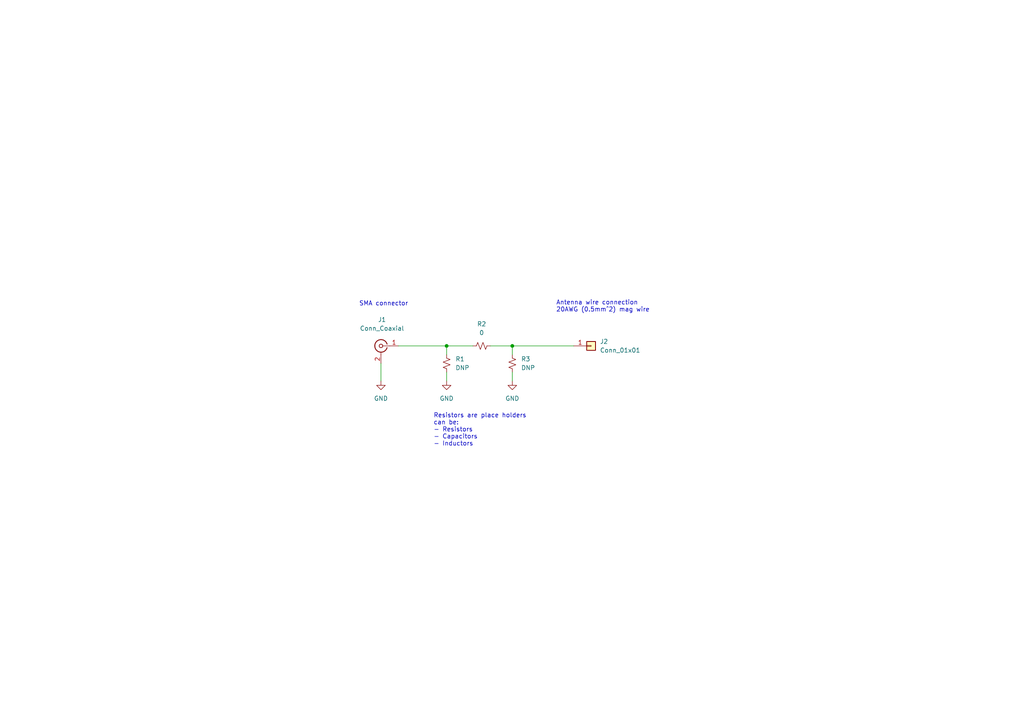
<source format=kicad_sch>
(kicad_sch (version 20211123) (generator eeschema)
  (paper "A4")
  (title_block (title "HGA Antanna Tester") (rev "1.0"))
  (lib_symbols
    (symbol "Connector:Conn_Coaxial" (pin_names (offset 1.016) hide)
      (property "Reference" "J" (at 0.254 3.048 0))
      (property "Value" "Conn_Coaxial" (at 2.921 0 90))
      (symbol "Conn_Coaxial_0_1"
        (arc (start -1.778 -0.508) (mid 0.2311 -1.8066) (end 1.778 0) (stroke (width 0.254)))
        (polyline (pts (xy -2.54 0) (xy -0.508 0)))
        (polyline (pts (xy 0 -2.54) (xy 0 -1.778)))
        (circle (center 0 0) (radius 0.508) (stroke (width 0.2032)))
        (arc (start 1.778 0) (mid 0.2099 1.8101) (end -1.778 0.508) (stroke (width 0.254)))
      )
      (symbol "Conn_Coaxial_1_1"
        (pin passive line (at -5.08 0 0) (length 2.54) (name "In") (number "1"))
        (pin passive line (at 0 -5.08 90) (length 2.54) (name "Ext") (number "2"))
      )
    )
    (symbol "Connector_Generic:Conn_01x01" (pin_names (offset 1.016) hide)
      (property "Reference" "J" (at 0 2.54 0))
      (property "Value" "Conn_01x01" (at 0 -2.54 0))
      (symbol "Conn_01x01_1_1"
        (rectangle (start -1.27 0.127) (end 0 -0.127) (stroke (width 0.1524)))
        (rectangle (start -1.27 1.27) (end 1.27 -1.27) (stroke (width 0.254)) (fill (type background)))
        (pin passive line (at -5.08 0 0) (length 3.81) (name "Pin_1") (number "1"))
      )
    )
    (symbol "Device:R_Small_US" (pin_numbers hide) (pin_names (offset 0.254) hide)
      (property "Reference" "R" (at 0.762 0.508 0))
      (property "Value" "R_Small_US" (at 0.762 -1.016 0))
      (symbol "R_Small_US_1_1"
        (polyline (pts (xy 0 0) (xy 1.016 -0.381) (xy 0 -0.762) (xy -1.016 -1.143) (xy 0 -1.524)))
        (polyline (pts (xy 0 1.524) (xy 1.016 1.143) (xy 0 0.762) (xy -1.016 0.381) (xy 0 0)))
        (pin passive line (at 0 2.54 270) (length 1.016) (name "~") (number "1"))
        (pin passive line (at 0 -2.54 90) (length 1.016) (name "~") (number "2"))
      )
    )
    (symbol "power:GND" (power) (pin_names (offset 0))
      (property "Value" "GND" (at 0 -3.81 0))
      (symbol "GND_0_1"
        (polyline (pts (xy 0 0) (xy 0 -1.27) (xy 1.27 -1.27) (xy 0 -2.54) (xy -1.27 -1.27) (xy 0 -1.27)))
      )
      (symbol "GND_1_1"
        (pin power_in line (at 0 0 270) (length 0) hide (name "GND") (number "1"))
      )
    )
  )
  (junction (at 129.54 100.33))
  (junction (at 148.59 100.33))
  (wire (pts (xy 129.54 100.33) (xy 129.54 102.87)))
  (wire (pts (xy 110.49 105.41) (xy 110.49 110.49)))
  (wire (pts (xy 148.59 100.33) (xy 148.59 102.87)))
  (wire (pts (xy 148.59 100.33) (xy 166.37 100.33)))
  (wire (pts (xy 115.57 100.33) (xy 129.54 100.33)))
  (wire (pts (xy 142.24 100.33) (xy 148.59 100.33)))
  (wire (pts (xy 129.54 107.95) (xy 129.54 110.49)))
  (wire (pts (xy 129.54 100.33) (xy 137.16 100.33)))
  (wire (pts (xy 148.59 107.95) (xy 148.59 110.49)))
  (text "Antenna wire connection\n20AWG (0.5mm^2) mag wire\n\n" (at 161.29 92.71 0) (effects (font (size 1.27 1.27)) (justify left bottom)))
  (text "SMA connector" (at 104.14 88.9 0) (effects (font (size 1.27 1.27)) (justify left bottom)))
  (text "Resistors are place holders\ncan be:\n- Resistors\n- Capacitors\n- Inductors" (at 125.73 129.54 0) (effects (font (size 1.27 1.27)) (justify left bottom)))
  (symbol (lib_id "Device:R_Small_US") (at 148.59 105.41 0) (unit 1)
    (property "Reference" "R3" (at 151.13 104.1399 0) (effects (justify left)))
    (property "Value" "DNP" (at 151.13 106.6799 0) (effects (justify left)))
    (property "Footprint" "Resistor_SMD:R_0402_1005Metric_Pad0.72x0.64mm_HandSolder" (effects hide))
  )
  (symbol (lib_id "power:GND") (at 110.49 110.49 0) (unit 1)
    (property "Reference" "#PWR01" (effects hide))
    (property "Value" "GND" (at 110.49 115.57 0))
  )
  (symbol (lib_id "Connector:Conn_Coaxial") (at 110.49 100.33 0) (mirror y) (unit 1)
    (property "Reference" "J1" (at 110.8074 92.71 0))
    (property "Value" "Conn_Coaxial" (at 110.8074 95.25 0))
    (property "Footprint" "Connector_Coaxial:SMA_Amphenol_132134-10_Vertical" (effects hide))
    (property "Datasheet" " ~" (effects hide))
  )
  (symbol (lib_id "Connector_Generic:Conn_01x01") (at 171.45 100.33 0) (unit 1)
    (property "Reference" "J2" (at 173.99 99.0599 0) (effects (justify left)))
    (property "Value" "Conn_01x01" (at 173.99 101.5999 0) (effects (justify left)))
    (property "Footprint" "Connector_Wire:SolderWire-0.5sqmm_1x01_D0.9mm_OD2.1mm" (effects hide))
  )
  (symbol (lib_id "Device:R_Small_US") (at 129.54 105.41 0) (unit 1)
    (property "Reference" "R1" (at 132.08 104.1399 0) (effects (justify left)))
    (property "Value" "DNP" (at 132.08 106.6799 0) (effects (justify left)))
    (property "Footprint" "Resistor_SMD:R_0402_1005Metric_Pad0.72x0.64mm_HandSolder" (effects hide))
  )
  (symbol (lib_id "power:GND") (at 129.54 110.49 0) (unit 1)
    (property "Reference" "#PWR02" (effects hide))
    (property "Value" "GND" (at 129.54 115.57 0))
  )
  (symbol (lib_id "Device:R_Small_US") (at 139.7 100.33 90) (unit 1)
    (property "Reference" "R2" (at 139.7 93.98 90))
    (property "Value" "0" (at 139.7 96.52 90))
    (property "Footprint" "Resistor_SMD:R_0402_1005Metric_Pad0.72x0.64mm_HandSolder" (effects hide))
  )
  (symbol (lib_id "power:GND") (at 148.59 110.49 0) (unit 1)
    (property "Reference" "#PWR03" (effects hide))
    (property "Value" "GND" (at 148.59 115.57 0))
  )
)
</source>
